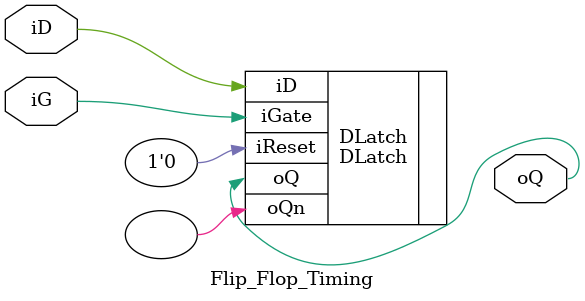
<source format=v>

`timescale 1ns / 100ps

module Flip_Flop_Timing (

	// Inputs:
	input	iD,
	input	iG,

	// Outputs:
	output	oQ
);


DLatch DLatch (

   // Inputs:
   .iD(iD),
   .iGate(iG),
   .iReset(1'b0),

   // Outputs:
   .oQ(oQ),
   .oQn()
);



endmodule
</source>
